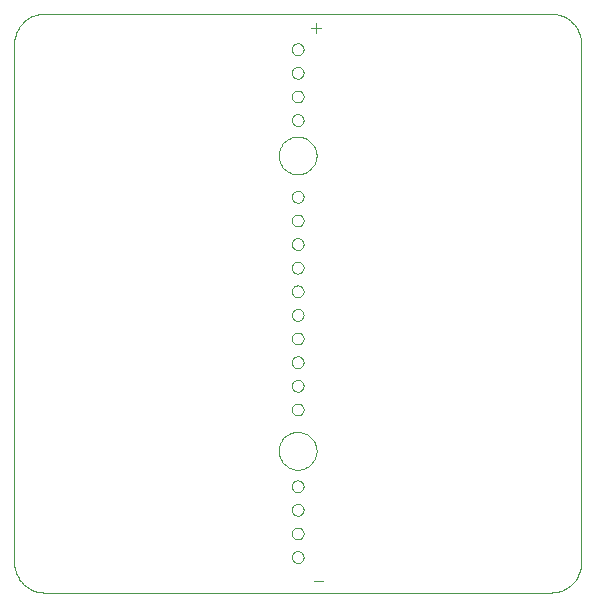
<source format=gbo>
G75*
%MOIN*%
%OFA0B0*%
%FSLAX24Y24*%
%IPPOS*%
%LPD*%
%AMOC8*
5,1,8,0,0,1.08239X$1,22.5*
%
%ADD10C,0.0000*%
%ADD11C,0.0040*%
D10*
X002468Y001340D02*
X002468Y018631D01*
X002470Y018691D01*
X002475Y018752D01*
X002484Y018811D01*
X002497Y018870D01*
X002513Y018929D01*
X002533Y018986D01*
X002556Y019041D01*
X002583Y019096D01*
X002612Y019148D01*
X002645Y019199D01*
X002681Y019248D01*
X002719Y019294D01*
X002761Y019338D01*
X002805Y019380D01*
X002851Y019418D01*
X002900Y019454D01*
X002951Y019487D01*
X003003Y019516D01*
X003058Y019543D01*
X003113Y019566D01*
X003170Y019586D01*
X003229Y019602D01*
X003288Y019615D01*
X003347Y019624D01*
X003408Y019629D01*
X003468Y019631D01*
X020366Y019631D01*
X020426Y019629D01*
X020487Y019624D01*
X020546Y019615D01*
X020605Y019602D01*
X020664Y019586D01*
X020721Y019566D01*
X020776Y019543D01*
X020831Y019516D01*
X020883Y019487D01*
X020934Y019454D01*
X020983Y019418D01*
X021029Y019380D01*
X021073Y019338D01*
X021115Y019294D01*
X021153Y019248D01*
X021189Y019199D01*
X021222Y019148D01*
X021251Y019096D01*
X021278Y019041D01*
X021301Y018986D01*
X021321Y018929D01*
X021337Y018870D01*
X021350Y018811D01*
X021359Y018752D01*
X021364Y018691D01*
X021366Y018631D01*
X021366Y001340D01*
X021364Y001280D01*
X021359Y001219D01*
X021350Y001160D01*
X021337Y001101D01*
X021321Y001042D01*
X021301Y000985D01*
X021278Y000930D01*
X021251Y000875D01*
X021222Y000823D01*
X021189Y000772D01*
X021153Y000723D01*
X021115Y000677D01*
X021073Y000633D01*
X021029Y000591D01*
X020983Y000553D01*
X020934Y000517D01*
X020883Y000484D01*
X020831Y000455D01*
X020776Y000428D01*
X020721Y000405D01*
X020664Y000385D01*
X020605Y000369D01*
X020546Y000356D01*
X020487Y000347D01*
X020426Y000342D01*
X020366Y000340D01*
X003468Y000340D01*
X003408Y000342D01*
X003347Y000347D01*
X003288Y000356D01*
X003229Y000369D01*
X003170Y000385D01*
X003113Y000405D01*
X003058Y000428D01*
X003003Y000455D01*
X002951Y000484D01*
X002900Y000517D01*
X002851Y000553D01*
X002805Y000591D01*
X002761Y000633D01*
X002719Y000677D01*
X002681Y000723D01*
X002645Y000772D01*
X002612Y000823D01*
X002583Y000875D01*
X002556Y000930D01*
X002533Y000985D01*
X002513Y001042D01*
X002497Y001101D01*
X002484Y001160D01*
X002475Y001219D01*
X002470Y001280D01*
X002468Y001340D01*
X011720Y001521D02*
X011722Y001548D01*
X011728Y001575D01*
X011737Y001601D01*
X011750Y001625D01*
X011766Y001648D01*
X011785Y001667D01*
X011807Y001684D01*
X011831Y001698D01*
X011856Y001708D01*
X011883Y001715D01*
X011910Y001718D01*
X011938Y001717D01*
X011965Y001712D01*
X011991Y001704D01*
X012015Y001692D01*
X012038Y001676D01*
X012059Y001658D01*
X012076Y001637D01*
X012091Y001613D01*
X012102Y001588D01*
X012110Y001562D01*
X012114Y001535D01*
X012114Y001507D01*
X012110Y001480D01*
X012102Y001454D01*
X012091Y001429D01*
X012076Y001405D01*
X012059Y001384D01*
X012038Y001366D01*
X012016Y001350D01*
X011991Y001338D01*
X011965Y001330D01*
X011938Y001325D01*
X011910Y001324D01*
X011883Y001327D01*
X011856Y001334D01*
X011831Y001344D01*
X011807Y001358D01*
X011785Y001375D01*
X011766Y001394D01*
X011750Y001417D01*
X011737Y001441D01*
X011728Y001467D01*
X011722Y001494D01*
X011720Y001521D01*
X011720Y002309D02*
X011722Y002336D01*
X011728Y002363D01*
X011737Y002389D01*
X011750Y002413D01*
X011766Y002436D01*
X011785Y002455D01*
X011807Y002472D01*
X011831Y002486D01*
X011856Y002496D01*
X011883Y002503D01*
X011910Y002506D01*
X011938Y002505D01*
X011965Y002500D01*
X011991Y002492D01*
X012015Y002480D01*
X012038Y002464D01*
X012059Y002446D01*
X012076Y002425D01*
X012091Y002401D01*
X012102Y002376D01*
X012110Y002350D01*
X012114Y002323D01*
X012114Y002295D01*
X012110Y002268D01*
X012102Y002242D01*
X012091Y002217D01*
X012076Y002193D01*
X012059Y002172D01*
X012038Y002154D01*
X012016Y002138D01*
X011991Y002126D01*
X011965Y002118D01*
X011938Y002113D01*
X011910Y002112D01*
X011883Y002115D01*
X011856Y002122D01*
X011831Y002132D01*
X011807Y002146D01*
X011785Y002163D01*
X011766Y002182D01*
X011750Y002205D01*
X011737Y002229D01*
X011728Y002255D01*
X011722Y002282D01*
X011720Y002309D01*
X011720Y003096D02*
X011722Y003123D01*
X011728Y003150D01*
X011737Y003176D01*
X011750Y003200D01*
X011766Y003223D01*
X011785Y003242D01*
X011807Y003259D01*
X011831Y003273D01*
X011856Y003283D01*
X011883Y003290D01*
X011910Y003293D01*
X011938Y003292D01*
X011965Y003287D01*
X011991Y003279D01*
X012015Y003267D01*
X012038Y003251D01*
X012059Y003233D01*
X012076Y003212D01*
X012091Y003188D01*
X012102Y003163D01*
X012110Y003137D01*
X012114Y003110D01*
X012114Y003082D01*
X012110Y003055D01*
X012102Y003029D01*
X012091Y003004D01*
X012076Y002980D01*
X012059Y002959D01*
X012038Y002941D01*
X012016Y002925D01*
X011991Y002913D01*
X011965Y002905D01*
X011938Y002900D01*
X011910Y002899D01*
X011883Y002902D01*
X011856Y002909D01*
X011831Y002919D01*
X011807Y002933D01*
X011785Y002950D01*
X011766Y002969D01*
X011750Y002992D01*
X011737Y003016D01*
X011728Y003042D01*
X011722Y003069D01*
X011720Y003096D01*
X011720Y003883D02*
X011722Y003910D01*
X011728Y003937D01*
X011737Y003963D01*
X011750Y003987D01*
X011766Y004010D01*
X011785Y004029D01*
X011807Y004046D01*
X011831Y004060D01*
X011856Y004070D01*
X011883Y004077D01*
X011910Y004080D01*
X011938Y004079D01*
X011965Y004074D01*
X011991Y004066D01*
X012015Y004054D01*
X012038Y004038D01*
X012059Y004020D01*
X012076Y003999D01*
X012091Y003975D01*
X012102Y003950D01*
X012110Y003924D01*
X012114Y003897D01*
X012114Y003869D01*
X012110Y003842D01*
X012102Y003816D01*
X012091Y003791D01*
X012076Y003767D01*
X012059Y003746D01*
X012038Y003728D01*
X012016Y003712D01*
X011991Y003700D01*
X011965Y003692D01*
X011938Y003687D01*
X011910Y003686D01*
X011883Y003689D01*
X011856Y003696D01*
X011831Y003706D01*
X011807Y003720D01*
X011785Y003737D01*
X011766Y003756D01*
X011750Y003779D01*
X011737Y003803D01*
X011728Y003829D01*
X011722Y003856D01*
X011720Y003883D01*
X011287Y005064D02*
X011289Y005114D01*
X011295Y005164D01*
X011305Y005213D01*
X011319Y005261D01*
X011336Y005308D01*
X011357Y005353D01*
X011382Y005397D01*
X011410Y005438D01*
X011442Y005477D01*
X011476Y005514D01*
X011513Y005548D01*
X011553Y005578D01*
X011595Y005605D01*
X011639Y005629D01*
X011685Y005650D01*
X011732Y005666D01*
X011780Y005679D01*
X011830Y005688D01*
X011879Y005693D01*
X011930Y005694D01*
X011980Y005691D01*
X012029Y005684D01*
X012078Y005673D01*
X012126Y005658D01*
X012172Y005640D01*
X012217Y005618D01*
X012260Y005592D01*
X012301Y005563D01*
X012340Y005531D01*
X012376Y005496D01*
X012408Y005458D01*
X012438Y005418D01*
X012465Y005375D01*
X012488Y005331D01*
X012507Y005285D01*
X012523Y005237D01*
X012535Y005188D01*
X012543Y005139D01*
X012547Y005089D01*
X012547Y005039D01*
X012543Y004989D01*
X012535Y004940D01*
X012523Y004891D01*
X012507Y004843D01*
X012488Y004797D01*
X012465Y004753D01*
X012438Y004710D01*
X012408Y004670D01*
X012376Y004632D01*
X012340Y004597D01*
X012301Y004565D01*
X012260Y004536D01*
X012217Y004510D01*
X012172Y004488D01*
X012126Y004470D01*
X012078Y004455D01*
X012029Y004444D01*
X011980Y004437D01*
X011930Y004434D01*
X011879Y004435D01*
X011830Y004440D01*
X011780Y004449D01*
X011732Y004462D01*
X011685Y004478D01*
X011639Y004499D01*
X011595Y004523D01*
X011553Y004550D01*
X011513Y004580D01*
X011476Y004614D01*
X011442Y004651D01*
X011410Y004690D01*
X011382Y004731D01*
X011357Y004775D01*
X011336Y004820D01*
X011319Y004867D01*
X011305Y004915D01*
X011295Y004964D01*
X011289Y005014D01*
X011287Y005064D01*
X011720Y006442D02*
X011722Y006469D01*
X011728Y006496D01*
X011737Y006522D01*
X011750Y006546D01*
X011766Y006569D01*
X011785Y006588D01*
X011807Y006605D01*
X011831Y006619D01*
X011856Y006629D01*
X011883Y006636D01*
X011910Y006639D01*
X011938Y006638D01*
X011965Y006633D01*
X011991Y006625D01*
X012015Y006613D01*
X012038Y006597D01*
X012059Y006579D01*
X012076Y006558D01*
X012091Y006534D01*
X012102Y006509D01*
X012110Y006483D01*
X012114Y006456D01*
X012114Y006428D01*
X012110Y006401D01*
X012102Y006375D01*
X012091Y006350D01*
X012076Y006326D01*
X012059Y006305D01*
X012038Y006287D01*
X012016Y006271D01*
X011991Y006259D01*
X011965Y006251D01*
X011938Y006246D01*
X011910Y006245D01*
X011883Y006248D01*
X011856Y006255D01*
X011831Y006265D01*
X011807Y006279D01*
X011785Y006296D01*
X011766Y006315D01*
X011750Y006338D01*
X011737Y006362D01*
X011728Y006388D01*
X011722Y006415D01*
X011720Y006442D01*
X011720Y007230D02*
X011722Y007257D01*
X011728Y007284D01*
X011737Y007310D01*
X011750Y007334D01*
X011766Y007357D01*
X011785Y007376D01*
X011807Y007393D01*
X011831Y007407D01*
X011856Y007417D01*
X011883Y007424D01*
X011910Y007427D01*
X011938Y007426D01*
X011965Y007421D01*
X011991Y007413D01*
X012015Y007401D01*
X012038Y007385D01*
X012059Y007367D01*
X012076Y007346D01*
X012091Y007322D01*
X012102Y007297D01*
X012110Y007271D01*
X012114Y007244D01*
X012114Y007216D01*
X012110Y007189D01*
X012102Y007163D01*
X012091Y007138D01*
X012076Y007114D01*
X012059Y007093D01*
X012038Y007075D01*
X012016Y007059D01*
X011991Y007047D01*
X011965Y007039D01*
X011938Y007034D01*
X011910Y007033D01*
X011883Y007036D01*
X011856Y007043D01*
X011831Y007053D01*
X011807Y007067D01*
X011785Y007084D01*
X011766Y007103D01*
X011750Y007126D01*
X011737Y007150D01*
X011728Y007176D01*
X011722Y007203D01*
X011720Y007230D01*
X011720Y008017D02*
X011722Y008044D01*
X011728Y008071D01*
X011737Y008097D01*
X011750Y008121D01*
X011766Y008144D01*
X011785Y008163D01*
X011807Y008180D01*
X011831Y008194D01*
X011856Y008204D01*
X011883Y008211D01*
X011910Y008214D01*
X011938Y008213D01*
X011965Y008208D01*
X011991Y008200D01*
X012015Y008188D01*
X012038Y008172D01*
X012059Y008154D01*
X012076Y008133D01*
X012091Y008109D01*
X012102Y008084D01*
X012110Y008058D01*
X012114Y008031D01*
X012114Y008003D01*
X012110Y007976D01*
X012102Y007950D01*
X012091Y007925D01*
X012076Y007901D01*
X012059Y007880D01*
X012038Y007862D01*
X012016Y007846D01*
X011991Y007834D01*
X011965Y007826D01*
X011938Y007821D01*
X011910Y007820D01*
X011883Y007823D01*
X011856Y007830D01*
X011831Y007840D01*
X011807Y007854D01*
X011785Y007871D01*
X011766Y007890D01*
X011750Y007913D01*
X011737Y007937D01*
X011728Y007963D01*
X011722Y007990D01*
X011720Y008017D01*
X011720Y008805D02*
X011722Y008832D01*
X011728Y008859D01*
X011737Y008885D01*
X011750Y008909D01*
X011766Y008932D01*
X011785Y008951D01*
X011807Y008968D01*
X011831Y008982D01*
X011856Y008992D01*
X011883Y008999D01*
X011910Y009002D01*
X011938Y009001D01*
X011965Y008996D01*
X011991Y008988D01*
X012015Y008976D01*
X012038Y008960D01*
X012059Y008942D01*
X012076Y008921D01*
X012091Y008897D01*
X012102Y008872D01*
X012110Y008846D01*
X012114Y008819D01*
X012114Y008791D01*
X012110Y008764D01*
X012102Y008738D01*
X012091Y008713D01*
X012076Y008689D01*
X012059Y008668D01*
X012038Y008650D01*
X012016Y008634D01*
X011991Y008622D01*
X011965Y008614D01*
X011938Y008609D01*
X011910Y008608D01*
X011883Y008611D01*
X011856Y008618D01*
X011831Y008628D01*
X011807Y008642D01*
X011785Y008659D01*
X011766Y008678D01*
X011750Y008701D01*
X011737Y008725D01*
X011728Y008751D01*
X011722Y008778D01*
X011720Y008805D01*
X011720Y009592D02*
X011722Y009619D01*
X011728Y009646D01*
X011737Y009672D01*
X011750Y009696D01*
X011766Y009719D01*
X011785Y009738D01*
X011807Y009755D01*
X011831Y009769D01*
X011856Y009779D01*
X011883Y009786D01*
X011910Y009789D01*
X011938Y009788D01*
X011965Y009783D01*
X011991Y009775D01*
X012015Y009763D01*
X012038Y009747D01*
X012059Y009729D01*
X012076Y009708D01*
X012091Y009684D01*
X012102Y009659D01*
X012110Y009633D01*
X012114Y009606D01*
X012114Y009578D01*
X012110Y009551D01*
X012102Y009525D01*
X012091Y009500D01*
X012076Y009476D01*
X012059Y009455D01*
X012038Y009437D01*
X012016Y009421D01*
X011991Y009409D01*
X011965Y009401D01*
X011938Y009396D01*
X011910Y009395D01*
X011883Y009398D01*
X011856Y009405D01*
X011831Y009415D01*
X011807Y009429D01*
X011785Y009446D01*
X011766Y009465D01*
X011750Y009488D01*
X011737Y009512D01*
X011728Y009538D01*
X011722Y009565D01*
X011720Y009592D01*
X011720Y010379D02*
X011722Y010406D01*
X011728Y010433D01*
X011737Y010459D01*
X011750Y010483D01*
X011766Y010506D01*
X011785Y010525D01*
X011807Y010542D01*
X011831Y010556D01*
X011856Y010566D01*
X011883Y010573D01*
X011910Y010576D01*
X011938Y010575D01*
X011965Y010570D01*
X011991Y010562D01*
X012015Y010550D01*
X012038Y010534D01*
X012059Y010516D01*
X012076Y010495D01*
X012091Y010471D01*
X012102Y010446D01*
X012110Y010420D01*
X012114Y010393D01*
X012114Y010365D01*
X012110Y010338D01*
X012102Y010312D01*
X012091Y010287D01*
X012076Y010263D01*
X012059Y010242D01*
X012038Y010224D01*
X012016Y010208D01*
X011991Y010196D01*
X011965Y010188D01*
X011938Y010183D01*
X011910Y010182D01*
X011883Y010185D01*
X011856Y010192D01*
X011831Y010202D01*
X011807Y010216D01*
X011785Y010233D01*
X011766Y010252D01*
X011750Y010275D01*
X011737Y010299D01*
X011728Y010325D01*
X011722Y010352D01*
X011720Y010379D01*
X011720Y011167D02*
X011722Y011194D01*
X011728Y011221D01*
X011737Y011247D01*
X011750Y011271D01*
X011766Y011294D01*
X011785Y011313D01*
X011807Y011330D01*
X011831Y011344D01*
X011856Y011354D01*
X011883Y011361D01*
X011910Y011364D01*
X011938Y011363D01*
X011965Y011358D01*
X011991Y011350D01*
X012015Y011338D01*
X012038Y011322D01*
X012059Y011304D01*
X012076Y011283D01*
X012091Y011259D01*
X012102Y011234D01*
X012110Y011208D01*
X012114Y011181D01*
X012114Y011153D01*
X012110Y011126D01*
X012102Y011100D01*
X012091Y011075D01*
X012076Y011051D01*
X012059Y011030D01*
X012038Y011012D01*
X012016Y010996D01*
X011991Y010984D01*
X011965Y010976D01*
X011938Y010971D01*
X011910Y010970D01*
X011883Y010973D01*
X011856Y010980D01*
X011831Y010990D01*
X011807Y011004D01*
X011785Y011021D01*
X011766Y011040D01*
X011750Y011063D01*
X011737Y011087D01*
X011728Y011113D01*
X011722Y011140D01*
X011720Y011167D01*
X011720Y011954D02*
X011722Y011981D01*
X011728Y012008D01*
X011737Y012034D01*
X011750Y012058D01*
X011766Y012081D01*
X011785Y012100D01*
X011807Y012117D01*
X011831Y012131D01*
X011856Y012141D01*
X011883Y012148D01*
X011910Y012151D01*
X011938Y012150D01*
X011965Y012145D01*
X011991Y012137D01*
X012015Y012125D01*
X012038Y012109D01*
X012059Y012091D01*
X012076Y012070D01*
X012091Y012046D01*
X012102Y012021D01*
X012110Y011995D01*
X012114Y011968D01*
X012114Y011940D01*
X012110Y011913D01*
X012102Y011887D01*
X012091Y011862D01*
X012076Y011838D01*
X012059Y011817D01*
X012038Y011799D01*
X012016Y011783D01*
X011991Y011771D01*
X011965Y011763D01*
X011938Y011758D01*
X011910Y011757D01*
X011883Y011760D01*
X011856Y011767D01*
X011831Y011777D01*
X011807Y011791D01*
X011785Y011808D01*
X011766Y011827D01*
X011750Y011850D01*
X011737Y011874D01*
X011728Y011900D01*
X011722Y011927D01*
X011720Y011954D01*
X011720Y012742D02*
X011722Y012769D01*
X011728Y012796D01*
X011737Y012822D01*
X011750Y012846D01*
X011766Y012869D01*
X011785Y012888D01*
X011807Y012905D01*
X011831Y012919D01*
X011856Y012929D01*
X011883Y012936D01*
X011910Y012939D01*
X011938Y012938D01*
X011965Y012933D01*
X011991Y012925D01*
X012015Y012913D01*
X012038Y012897D01*
X012059Y012879D01*
X012076Y012858D01*
X012091Y012834D01*
X012102Y012809D01*
X012110Y012783D01*
X012114Y012756D01*
X012114Y012728D01*
X012110Y012701D01*
X012102Y012675D01*
X012091Y012650D01*
X012076Y012626D01*
X012059Y012605D01*
X012038Y012587D01*
X012016Y012571D01*
X011991Y012559D01*
X011965Y012551D01*
X011938Y012546D01*
X011910Y012545D01*
X011883Y012548D01*
X011856Y012555D01*
X011831Y012565D01*
X011807Y012579D01*
X011785Y012596D01*
X011766Y012615D01*
X011750Y012638D01*
X011737Y012662D01*
X011728Y012688D01*
X011722Y012715D01*
X011720Y012742D01*
X011720Y013529D02*
X011722Y013556D01*
X011728Y013583D01*
X011737Y013609D01*
X011750Y013633D01*
X011766Y013656D01*
X011785Y013675D01*
X011807Y013692D01*
X011831Y013706D01*
X011856Y013716D01*
X011883Y013723D01*
X011910Y013726D01*
X011938Y013725D01*
X011965Y013720D01*
X011991Y013712D01*
X012015Y013700D01*
X012038Y013684D01*
X012059Y013666D01*
X012076Y013645D01*
X012091Y013621D01*
X012102Y013596D01*
X012110Y013570D01*
X012114Y013543D01*
X012114Y013515D01*
X012110Y013488D01*
X012102Y013462D01*
X012091Y013437D01*
X012076Y013413D01*
X012059Y013392D01*
X012038Y013374D01*
X012016Y013358D01*
X011991Y013346D01*
X011965Y013338D01*
X011938Y013333D01*
X011910Y013332D01*
X011883Y013335D01*
X011856Y013342D01*
X011831Y013352D01*
X011807Y013366D01*
X011785Y013383D01*
X011766Y013402D01*
X011750Y013425D01*
X011737Y013449D01*
X011728Y013475D01*
X011722Y013502D01*
X011720Y013529D01*
X011287Y014907D02*
X011289Y014957D01*
X011295Y015007D01*
X011305Y015056D01*
X011319Y015104D01*
X011336Y015151D01*
X011357Y015196D01*
X011382Y015240D01*
X011410Y015281D01*
X011442Y015320D01*
X011476Y015357D01*
X011513Y015391D01*
X011553Y015421D01*
X011595Y015448D01*
X011639Y015472D01*
X011685Y015493D01*
X011732Y015509D01*
X011780Y015522D01*
X011830Y015531D01*
X011879Y015536D01*
X011930Y015537D01*
X011980Y015534D01*
X012029Y015527D01*
X012078Y015516D01*
X012126Y015501D01*
X012172Y015483D01*
X012217Y015461D01*
X012260Y015435D01*
X012301Y015406D01*
X012340Y015374D01*
X012376Y015339D01*
X012408Y015301D01*
X012438Y015261D01*
X012465Y015218D01*
X012488Y015174D01*
X012507Y015128D01*
X012523Y015080D01*
X012535Y015031D01*
X012543Y014982D01*
X012547Y014932D01*
X012547Y014882D01*
X012543Y014832D01*
X012535Y014783D01*
X012523Y014734D01*
X012507Y014686D01*
X012488Y014640D01*
X012465Y014596D01*
X012438Y014553D01*
X012408Y014513D01*
X012376Y014475D01*
X012340Y014440D01*
X012301Y014408D01*
X012260Y014379D01*
X012217Y014353D01*
X012172Y014331D01*
X012126Y014313D01*
X012078Y014298D01*
X012029Y014287D01*
X011980Y014280D01*
X011930Y014277D01*
X011879Y014278D01*
X011830Y014283D01*
X011780Y014292D01*
X011732Y014305D01*
X011685Y014321D01*
X011639Y014342D01*
X011595Y014366D01*
X011553Y014393D01*
X011513Y014423D01*
X011476Y014457D01*
X011442Y014494D01*
X011410Y014533D01*
X011382Y014574D01*
X011357Y014618D01*
X011336Y014663D01*
X011319Y014710D01*
X011305Y014758D01*
X011295Y014807D01*
X011289Y014857D01*
X011287Y014907D01*
X011720Y016088D02*
X011722Y016115D01*
X011728Y016142D01*
X011737Y016168D01*
X011750Y016192D01*
X011766Y016215D01*
X011785Y016234D01*
X011807Y016251D01*
X011831Y016265D01*
X011856Y016275D01*
X011883Y016282D01*
X011910Y016285D01*
X011938Y016284D01*
X011965Y016279D01*
X011991Y016271D01*
X012015Y016259D01*
X012038Y016243D01*
X012059Y016225D01*
X012076Y016204D01*
X012091Y016180D01*
X012102Y016155D01*
X012110Y016129D01*
X012114Y016102D01*
X012114Y016074D01*
X012110Y016047D01*
X012102Y016021D01*
X012091Y015996D01*
X012076Y015972D01*
X012059Y015951D01*
X012038Y015933D01*
X012016Y015917D01*
X011991Y015905D01*
X011965Y015897D01*
X011938Y015892D01*
X011910Y015891D01*
X011883Y015894D01*
X011856Y015901D01*
X011831Y015911D01*
X011807Y015925D01*
X011785Y015942D01*
X011766Y015961D01*
X011750Y015984D01*
X011737Y016008D01*
X011728Y016034D01*
X011722Y016061D01*
X011720Y016088D01*
X011720Y016875D02*
X011722Y016902D01*
X011728Y016929D01*
X011737Y016955D01*
X011750Y016979D01*
X011766Y017002D01*
X011785Y017021D01*
X011807Y017038D01*
X011831Y017052D01*
X011856Y017062D01*
X011883Y017069D01*
X011910Y017072D01*
X011938Y017071D01*
X011965Y017066D01*
X011991Y017058D01*
X012015Y017046D01*
X012038Y017030D01*
X012059Y017012D01*
X012076Y016991D01*
X012091Y016967D01*
X012102Y016942D01*
X012110Y016916D01*
X012114Y016889D01*
X012114Y016861D01*
X012110Y016834D01*
X012102Y016808D01*
X012091Y016783D01*
X012076Y016759D01*
X012059Y016738D01*
X012038Y016720D01*
X012016Y016704D01*
X011991Y016692D01*
X011965Y016684D01*
X011938Y016679D01*
X011910Y016678D01*
X011883Y016681D01*
X011856Y016688D01*
X011831Y016698D01*
X011807Y016712D01*
X011785Y016729D01*
X011766Y016748D01*
X011750Y016771D01*
X011737Y016795D01*
X011728Y016821D01*
X011722Y016848D01*
X011720Y016875D01*
X011720Y017663D02*
X011722Y017690D01*
X011728Y017717D01*
X011737Y017743D01*
X011750Y017767D01*
X011766Y017790D01*
X011785Y017809D01*
X011807Y017826D01*
X011831Y017840D01*
X011856Y017850D01*
X011883Y017857D01*
X011910Y017860D01*
X011938Y017859D01*
X011965Y017854D01*
X011991Y017846D01*
X012015Y017834D01*
X012038Y017818D01*
X012059Y017800D01*
X012076Y017779D01*
X012091Y017755D01*
X012102Y017730D01*
X012110Y017704D01*
X012114Y017677D01*
X012114Y017649D01*
X012110Y017622D01*
X012102Y017596D01*
X012091Y017571D01*
X012076Y017547D01*
X012059Y017526D01*
X012038Y017508D01*
X012016Y017492D01*
X011991Y017480D01*
X011965Y017472D01*
X011938Y017467D01*
X011910Y017466D01*
X011883Y017469D01*
X011856Y017476D01*
X011831Y017486D01*
X011807Y017500D01*
X011785Y017517D01*
X011766Y017536D01*
X011750Y017559D01*
X011737Y017583D01*
X011728Y017609D01*
X011722Y017636D01*
X011720Y017663D01*
X011720Y018450D02*
X011722Y018477D01*
X011728Y018504D01*
X011737Y018530D01*
X011750Y018554D01*
X011766Y018577D01*
X011785Y018596D01*
X011807Y018613D01*
X011831Y018627D01*
X011856Y018637D01*
X011883Y018644D01*
X011910Y018647D01*
X011938Y018646D01*
X011965Y018641D01*
X011991Y018633D01*
X012015Y018621D01*
X012038Y018605D01*
X012059Y018587D01*
X012076Y018566D01*
X012091Y018542D01*
X012102Y018517D01*
X012110Y018491D01*
X012114Y018464D01*
X012114Y018436D01*
X012110Y018409D01*
X012102Y018383D01*
X012091Y018358D01*
X012076Y018334D01*
X012059Y018313D01*
X012038Y018295D01*
X012016Y018279D01*
X011991Y018267D01*
X011965Y018259D01*
X011938Y018254D01*
X011910Y018253D01*
X011883Y018256D01*
X011856Y018263D01*
X011831Y018273D01*
X011807Y018287D01*
X011785Y018304D01*
X011766Y018323D01*
X011750Y018346D01*
X011737Y018370D01*
X011728Y018396D01*
X011722Y018423D01*
X011720Y018450D01*
D11*
X012374Y019157D02*
X012681Y019157D01*
X012527Y019311D02*
X012527Y019004D01*
X012471Y000726D02*
X012778Y000726D01*
M02*

</source>
